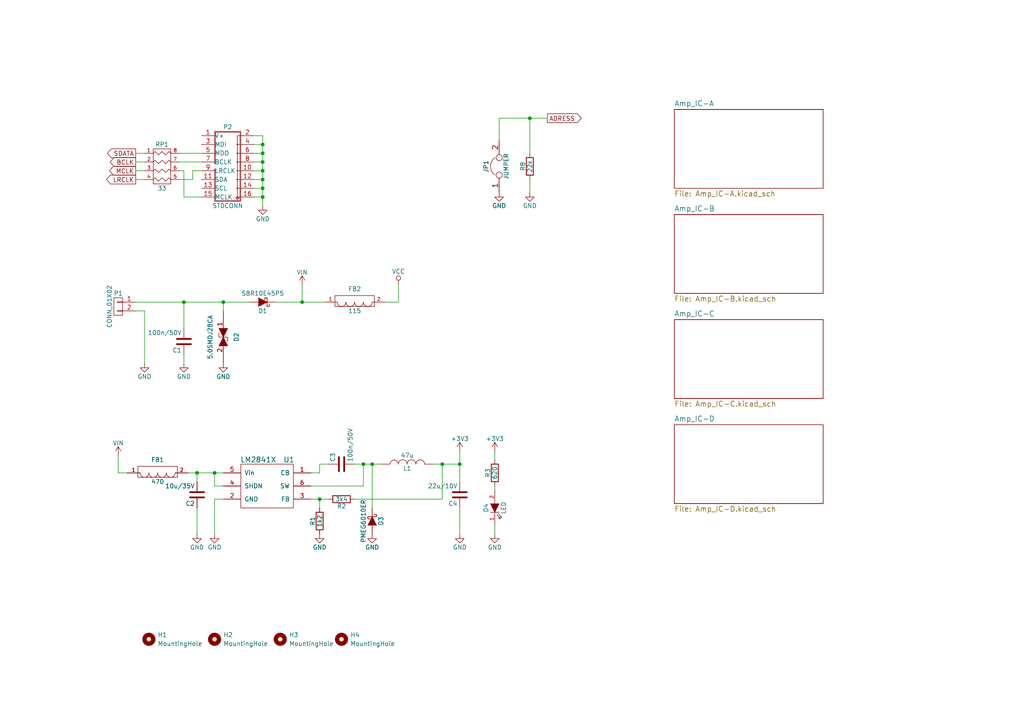
<source format=kicad_sch>
(kicad_sch (version 20231120) (generator "eeschema") (generator_version "8.0")
  (paper "A4")
  (title_block (title "freeDSPx-AMPx4") (date "2017-02-19") (rev "1.0"))
  (lib_symbols
    (symbol "Mechanical:MountingHole" (pin_names (offset 1.016)) (exclude_from_sim yes) (in_bom no)
      (property "Reference" "H" (at 0 5.08 0))
      (property "Value" "MountingHole" (at 0 3.175 0))
      (symbol "MountingHole_0_1"
        (circle (center 0 0) (radius 1.27) (stroke (width 1.27)))
      )
    )
    (symbol "freeDSPx-AMPx4-rescue:+3V3" (power) (pin_names (offset 0))
      (property "Value" "+3V3" (at 0 3.556 0))
      (symbol "+3V3_0_1"
        (polyline (pts (xy -0.762 1.27) (xy 0 2.54)))
        (polyline (pts (xy 0 0) (xy 0 2.54)))
        (polyline (pts (xy 0 2.54) (xy 0.762 1.27)))
      )
      (symbol "+3V3_1_1"
        (pin power_in line (at 0 0 90) (length 0) hide (name "+3V3") (number "1"))
      )
    )
    (symbol "freeDSPx-AMPx4-rescue:C" (pin_numbers hide) (pin_names (offset 0.254))
      (property "Reference" "C" (at 0.635 2.54 0))
      (property "Value" "C" (at 0.635 -2.54 0))
      (symbol "C_0_1"
        (polyline (pts (xy -2.032 -0.762) (xy 2.032 -0.762)) (stroke (width 0.508)))
        (polyline (pts (xy -2.032 0.762) (xy 2.032 0.762)) (stroke (width 0.508)))
      )
      (symbol "C_1_1"
        (pin passive line (at 0 3.81 270) (length 2.794) (name "~") (number "1"))
        (pin passive line (at 0 -3.81 90) (length 2.794) (name "~") (number "2"))
      )
    )
    (symbol "freeDSPx-AMPx4-rescue:CONN_01X02" (pin_names (offset 1.016) hide)
      (property "Reference" "P" (at 0 3.81 0))
      (property "Value" "CONN_01X02" (at 2.54 0 90))
      (symbol "CONN_01X02_0_1"
        (rectangle (start -1.27 -1.143) (end 0.254 -1.397))
        (rectangle (start -1.27 1.397) (end 0.254 1.143))
        (rectangle (start -1.27 2.54) (end 1.27 -2.54))
      )
      (symbol "CONN_01X02_1_1"
        (pin passive line (at -5.08 1.27 0) (length 3.81) (name "P1") (number "1"))
        (pin passive line (at -5.08 -1.27 0) (length 3.81) (name "P2") (number "2"))
      )
    )
    (symbol "freeDSPx-AMPx4-rescue:D_Schottky" (pin_numbers hide) (pin_names (offset 1.016) hide)
      (property "Reference" "D" (at 0 2.54 0))
      (property "Value" "D_Schottky" (at 0 -2.54 0))
      (symbol "D_Schottky_0_1"
        (polyline (pts (xy 1.27 1.27) (xy -1.27 0) (xy 1.27 -1.27)) (fill (type outline)))
        (polyline (pts (xy -1.905 0.635) (xy -1.905 1.27) (xy -1.27 1.27) (xy -1.27 -1.27) (xy -0.635 -1.27) (xy -0.635 -0.635)) (stroke (width 0.2032)))
      )
      (symbol "D_Schottky_1_1"
        (pin passive line (at -3.81 0 0) (length 2.54) (name "K") (number "1"))
        (pin passive line (at 3.81 0 180) (length 2.54) (name "A") (number "2"))
      )
    )
    (symbol "freeDSPx-AMPx4-rescue:FILTER" (pin_names (offset 1.016) hide)
      (property "Reference" "FB" (at 0 3.81 0))
      (property "Value" "FILTER" (at 0 -2.54 0))
      (symbol "FILTER_0_1"
        (rectangle (start -5.715 1.905) (end 5.715 -1.27))
        (arc (start -5.08 0) (mid -3.81 -1.27) (end -2.54 0))
        (arc (start -2.54 0) (mid -1.27 -1.27) (end 0 0))
        (arc (start 0 0) (mid 0 0) (end 0 0))
        (arc (start 0 0) (mid 1.27 -1.27) (end 2.54 0))
        (arc (start 2.54 0) (mid 3.81 -1.27) (end 5.08 0))
      )
      (symbol "FILTER_1_1"
        (pin passive line (at -8.89 0 0) (length 3.81) (name "1") (number "1"))
        (pin passive line (at 8.89 0 180) (length 3.81) (name "2") (number "2"))
      )
    )
    (symbol "freeDSPx-AMPx4-rescue:GND" (power) (pin_names (offset 0))
      (property "Value" "GND" (at 0 -3.81 0))
      (symbol "GND_0_1"
        (polyline (pts (xy 0 0) (xy 0 -1.27) (xy 1.27 -1.27) (xy 0 -2.54) (xy -1.27 -1.27) (xy 0 -1.27)))
      )
      (symbol "GND_1_1"
        (pin power_in line (at 0 0 270) (length 0) hide (name "GND") (number "1"))
      )
    )
    (symbol "freeDSPx-AMPx4-rescue:JUMPER" (pin_names (offset 0.762) hide)
      (property "Reference" "JP" (at 0 3.81 0))
      (property "Value" "JUMPER" (at 0 -2.032 0))
      (symbol "JUMPER_0_1"
        (circle (center -2.54 0) (radius 0.889))
        (arc (start 2.5146 1.27) (mid 0.0078 2.5097) (end -2.4892 1.27))
        (circle (center 2.54 0) (radius 0.889))
        (pin passive line (at -7.62 0 0) (length 4.191) (name "1") (number "1"))
        (pin passive line (at 7.62 0 180) (length 4.191) (name "2") (number "2"))
      )
    )
    (symbol "freeDSPx-AMPx4-rescue:L" (pin_numbers hide) (pin_names (offset 1.016) hide)
      (property "Reference" "L" (at -1.27 0 90))
      (property "Value" "L" (at 2.54 0 90))
      (symbol "L_0_1"
        (arc (start 0.0254 -5.0546) (mid 1.2449 -3.8097) (end 0.0254 -2.54))
        (arc (start 0.0254 -2.5146) (mid 1.2703 -1.2444) (end 0.0254 0.0508))
        (arc (start 0.0254 0.0254) (mid 1.2703 1.2956) (end 0.0254 2.5908))
        (arc (start 0.0254 2.5654) (mid 1.1941 3.7595) (end 0.0254 4.9784))
      )
      (symbol "L_1_1"
        (pin passive line (at 0 7.62 270) (length 2.54) (name "1") (number "1"))
        (pin passive line (at 0 -7.62 90) (length 2.54) (name "2") (number "2"))
      )
    )
    (symbol "freeDSPx-AMPx4-rescue:LED" (pin_names (offset 1.016) hide)
      (property "Reference" "D" (at 0 2.54 0))
      (property "Value" "LED" (at 0 -2.54 0))
      (symbol "LED_0_1"
        (polyline (pts (xy -1.27 1.27) (xy -1.27 -1.27)))
        (polyline (pts (xy -2.032 -0.635) (xy -3.175 -1.651) (xy -3.048 -1.016)))
        (polyline (pts (xy -1.651 -1.016) (xy -2.794 -2.032) (xy -2.667 -1.397)))
        (polyline (pts (xy 1.27 1.27) (xy -1.27 0) (xy 1.27 -1.27)) (fill (type outline)))
      )
      (symbol "LED_1_1"
        (pin passive line (at -5.08 0 0) (length 3.81) (name "K") (number "1"))
        (pin passive line (at 5.08 0 180) (length 3.81) (name "A") (number "2"))
      )
    )
    (symbol "freeDSPx-AMPx4-rescue:LM284x" (pin_names (offset 1.016))
      (property "Reference" "U" (at 6.35 7.62 0))
      (property "Value" "LM284x" (at -2.54 7.62 0))
      (symbol "LM284x_0_1"
        (rectangle (start -7.62 6.35) (end 7.62 -6.35))
      )
      (symbol "LM284x_1_1"
        (pin input line (at 12.7 3.81 180) (length 5.08) (name "CB") (number "1"))
        (pin input line (at -12.7 -3.81 0) (length 5.08) (name "GND") (number "2"))
        (pin input line (at 12.7 -3.81 180) (length 5.08) (name "FB") (number "3"))
        (pin input line (at -12.7 0 0) (length 5.08) (name "SHDN") (number "4"))
        (pin input line (at -12.7 3.81 0) (length 5.08) (name "Vin") (number "5"))
        (pin input line (at 12.7 0 180) (length 5.08) (name "SW") (number "6"))
      )
    )
    (symbol "freeDSPx-AMPx4-rescue:R" (pin_numbers hide) (pin_names (offset 0))
      (property "Reference" "R" (at 2.032 0 90))
      (property "Value" "R" (at 0 0 90))
      (symbol "R_0_1"
        (rectangle (start -1.016 -2.54) (end 1.016 2.54) (stroke (width 0.254)))
      )
      (symbol "R_1_1"
        (pin passive line (at 0 3.81 270) (length 1.27) (name "~") (number "1"))
        (pin passive line (at 0 -3.81 90) (length 1.27) (name "~") (number "2"))
      )
    )
    (symbol "freeDSPx-AMPx4-rescue:R_PACK4" (pin_names hide)
      (property "Reference" "RP" (at 0 11.43 0))
      (property "Value" "R_PACK4" (at 0 -1.27 0))
      (symbol "R_PACK4_0_1"
        (polyline (pts (xy -2.54 10.16) (xy -2.54 0) (xy 2.54 0) (xy 2.54 10.16) (xy -2.54 10.16)))
        (polyline (pts (xy -2.54 1.27) (xy -2.032 1.778) (xy -1.016 0.762) (xy 0 1.778) (xy 1.016 0.762) (xy 2.032 1.778) (xy 2.54 1.27)))
        (polyline (pts (xy -2.54 3.81) (xy -2.032 4.318) (xy -1.016 3.302) (xy 0 4.318) (xy 1.016 3.302) (xy 2.032 4.318) (xy 2.54 3.81)))
        (polyline (pts (xy -2.54 6.35) (xy -2.032 6.858) (xy -1.016 5.842) (xy 0 6.858) (xy 1.016 5.842) (xy 2.032 6.858) (xy 2.54 6.35)))
        (polyline (pts (xy -2.54 8.89) (xy -2.032 9.398) (xy -1.016 8.382) (xy 0 9.398) (xy 1.016 8.382) (xy 2.032 9.398) (xy 2.54 8.89)))
      )
      (symbol "R_PACK4_1_1"
        (pin passive line (at -5.08 8.89 0) (length 2.54) (name "P1") (number "1"))
        (pin passive line (at -5.08 6.35 0) (length 2.54) (name "P2") (number "2"))
        (pin passive line (at -5.08 3.81 0) (length 2.54) (name "P3") (number "3"))
        (pin passive line (at -5.08 1.27 0) (length 2.54) (name "P4") (number "4"))
        (pin passive line (at 5.08 1.27 180) (length 2.54) (name "R4") (number "5"))
        (pin passive line (at 5.08 3.81 180) (length 2.54) (name "R3") (number "6"))
        (pin passive line (at 5.08 6.35 180) (length 2.54) (name "R2") (number "7"))
        (pin passive line (at 5.08 8.89 180) (length 2.54) (name "R1") (number "8"))
      )
    )
    (symbol "freeDSPx-AMPx4-rescue:STDCONN" (pin_names (offset 0.0254))
      (property "Reference" "P" (at 0 11.43 0))
      (property "Value" "STDCONN" (at 0 -11.43 0))
      (symbol "STDCONN_0_1"
        (polyline (pts (xy 2.794 -9.144) (xy 2.794 -8.89)))
        (polyline (pts (xy 3.556 -6.35) (xy 2.794 -6.35)))
        (polyline (pts (xy 3.556 -3.81) (xy 2.794 -3.81)))
        (polyline (pts (xy 3.556 -1.27) (xy 2.794 -1.27)))
        (polyline (pts (xy 3.556 3.81) (xy 2.794 3.81)))
        (polyline (pts (xy 3.556 6.35) (xy 2.794 6.35)))
        (polyline (pts (xy 3.556 1.27) (xy 3.048 1.27) (xy 2.794 1.27)))
        (polyline (pts (xy 3.302 -9.144) (xy 2.286 -9.144) (xy 2.794 -9.652) (xy 3.302 -9.144)))
        (polyline (pts (xy 3.556 8.89) (xy 2.794 8.89) (xy 2.794 -8.89) (xy 3.556 -8.89)))
        (polyline (pts (xy -3.81 -10.16) (xy 3.81 -10.16) (xy 3.81 10.16) (xy -3.81 10.16) (xy -3.81 0.762) (xy -3.556 0.762) (xy -3.556 9.906) (xy 3.556 9.906) (xy 3.556 -9.906) (xy -3.556 -9.906) (xy -3.556 -0.762) (xy -3.81 -0.762) (xy -3.81 -10.16)))
        (circle (center 2.794 -8.89) (radius 0.127))
        (circle (center 2.794 -6.35) (radius 0.127))
        (circle (center 2.794 -3.81) (radius 0.127))
        (circle (center 2.794 -1.27) (radius 0.127))
        (circle (center 2.794 1.27) (radius 0.127))
        (circle (center 2.794 3.81) (radius 0.127))
        (circle (center 2.794 6.35) (radius 0.127))
      )
      (symbol "STDCONN_1_1"
        (pin passive line (at -7.62 8.89 0) (length 3.81) (name "V+") (number "1"))
        (pin passive line (at 7.62 -1.27 180) (length 3.81) (name "GND") (number "10"))
        (pin passive line (at -7.62 -3.81 0) (length 3.81) (name "SDA") (number "11"))
        (pin passive line (at 7.62 -3.81 180) (length 3.81) (name "GND") (number "12"))
        (pin passive line (at -7.62 -6.35 0) (length 3.81) (name "SCL") (number "13"))
        (pin passive line (at 7.62 -6.35 180) (length 3.81) (name "GND") (number "14"))
        (pin passive line (at -7.62 -8.89 0) (length 3.81) (name "MCLK") (number "15"))
        (pin passive line (at 7.62 -8.89 180) (length 3.81) (name "GND") (number "16"))
        (pin passive line (at 7.62 8.89 180) (length 3.81) (name "GND") (number "2"))
        (pin passive line (at -7.62 6.35 0) (length 3.81) (name "MDI") (number "3"))
        (pin passive line (at 7.62 6.35 180) (length 3.81) (name "GND") (number "4"))
        (pin passive line (at -7.62 3.81 0) (length 3.81) (name "MDO") (number "5"))
        (pin passive line (at 7.62 3.81 180) (length 3.81) (name "GND") (number "6"))
        (pin passive line (at -7.62 1.27 0) (length 3.81) (name "BCLK") (number "7"))
        (pin passive line (at 7.62 1.27 180) (length 3.81) (name "GND") (number "8"))
        (pin passive line (at -7.62 -1.27 0) (length 3.81) (name "LRCLK") (number "9"))
      )
    )
    (symbol "freeDSPx-AMPx4-rescue:TVS" (pin_names (offset 1.016))
      (property "Reference" "D" (at 0 3.81 0))
      (property "Value" "TVS" (at 0 -3.81 0))
      (symbol "TVS_0_1"
        (polyline (pts (xy -2.54 1.27) (xy -2.54 -1.27) (xy 0 0) (xy -2.54 1.27)) (fill (type outline)))
        (polyline (pts (xy -1.27 -1.27) (xy 0 -1.27) (xy 0 1.27) (xy 1.27 1.27)))
        (polyline (pts (xy 0 0) (xy 2.54 1.27) (xy 2.54 -1.27) (xy 0 0)) (fill (type outline)))
      )
      (symbol "TVS_1_1"
        (pin passive line (at -7.62 0 0) (length 7.62) (name "~") (number "1"))
        (pin passive line (at 7.62 0 180) (length 7.62) (name "~") (number "2"))
      )
    )
    (symbol "freeDSPx-AMPx4-rescue:VCC" (power) (pin_names (offset 0))
      (property "Value" "VCC" (at 0 3.81 0))
      (symbol "VCC_0_1"
        (polyline (pts (xy 0 0) (xy 0 1.27)))
        (circle (center 0 1.905) (radius 0.635))
      )
      (symbol "VCC_1_1"
        (pin power_in line (at 0 0 90) (length 0) hide (name "VCC") (number "1"))
      )
    )
    (symbol "freeDSPx-AMPx4-rescue:VIN" (power) (pin_names (offset 0))
      (property "Value" "VIN" (at 0 3.556 0))
      (symbol "VIN_0_1"
        (polyline (pts (xy -0.762 1.27) (xy 0 2.54)))
        (polyline (pts (xy 0 0) (xy 0 2.54)))
        (polyline (pts (xy 0 2.54) (xy 0.762 1.27)))
      )
      (symbol "VIN_1_1"
        (pin power_in line (at 0 0 90) (length 0) hide (name "VIN") (number "1"))
      )
    )
  )
  (junction (at 92.71 144.78))
  (junction (at 64.77 87.63))
  (junction (at 76.2 46.99))
  (junction (at 76.2 54.61))
  (junction (at 107.95 134.62))
  (junction (at 76.2 49.53))
  (junction (at 76.2 52.07))
  (junction (at 105.41 134.62))
  (junction (at 62.23 137.16))
  (junction (at 53.34 87.63))
  (junction (at 76.2 44.45))
  (junction (at 133.35 134.62))
  (junction (at 57.15 137.16))
  (junction (at 76.2 41.91))
  (junction (at 76.2 57.15))
  (junction (at 87.63 87.63))
  (junction (at 128.27 134.62))
  (junction (at 153.67 34.29))
  (wire (pts (xy 76.2 57.15) (xy 73.66 57.15)))
  (wire (pts (xy 92.71 144.78) (xy 95.25 144.78)))
  (wire (pts (xy 102.87 134.62) (xy 105.41 134.62)))
  (wire (pts (xy 76.2 57.15) (xy 76.2 59.69)))
  (wire (pts (xy 58.42 44.45) (xy 52.07 44.45)))
  (wire (pts (xy 54.61 137.16) (xy 57.15 137.16)))
  (wire (pts (xy 53.34 95.25) (xy 53.34 87.63)))
  (wire (pts (xy 73.66 46.99) (xy 76.2 46.99)))
  (wire (pts (xy 76.2 52.07) (xy 76.2 54.61)))
  (wire (pts (xy 41.91 49.53) (xy 39.37 49.53)))
  (wire (pts (xy 64.77 87.63) (xy 72.39 87.63)))
  (wire (pts (xy 92.71 137.16) (xy 92.71 134.62)))
  (wire (pts (xy 153.67 44.45) (xy 153.67 34.29)))
  (wire (pts (xy 57.15 137.16) (xy 62.23 137.16)))
  (wire (pts (xy 53.34 105.41) (xy 53.34 102.87)))
  (wire (pts (xy 73.66 39.37) (xy 76.2 39.37)))
  (wire (pts (xy 52.07 52.07) (xy 55.88 52.07)))
  (wire (pts (xy 55.88 52.07) (xy 55.88 49.53)))
  (wire (pts (xy 73.66 49.53) (xy 76.2 49.53)))
  (wire (pts (xy 76.2 49.53) (xy 76.2 52.07)))
  (wire (pts (xy 36.83 137.16) (xy 34.29 137.16)))
  (wire (pts (xy 90.17 144.78) (xy 92.71 144.78)))
  (wire (pts (xy 144.78 34.29) (xy 153.67 34.29)))
  (wire (pts (xy 53.34 57.15) (xy 58.42 57.15)))
  (wire (pts (xy 76.2 41.91) (xy 76.2 44.45)))
  (wire (pts (xy 143.51 154.94) (xy 143.51 152.4)))
  (wire (pts (xy 73.66 44.45) (xy 76.2 44.45)))
  (wire (pts (xy 102.87 144.78) (xy 128.27 144.78)))
  (wire (pts (xy 111.76 87.63) (xy 115.57 87.63)))
  (wire (pts (xy 76.2 54.61) (xy 76.2 57.15)))
  (wire (pts (xy 39.37 87.63) (xy 53.34 87.63)))
  (wire (pts (xy 76.2 44.45) (xy 76.2 46.99)))
  (wire (pts (xy 34.29 137.16) (xy 34.29 132.08)))
  (wire (pts (xy 73.66 41.91) (xy 76.2 41.91)))
  (wire (pts (xy 87.63 82.55) (xy 87.63 87.63)))
  (wire (pts (xy 133.35 134.62) (xy 133.35 139.7)))
  (wire (pts (xy 57.15 154.94) (xy 57.15 147.32)))
  (wire (pts (xy 92.71 144.78) (xy 92.71 147.32)))
  (wire (pts (xy 73.66 52.07) (xy 76.2 52.07)))
  (wire (pts (xy 105.41 134.62) (xy 107.95 134.62)))
  (wire (pts (xy 55.88 49.53) (xy 58.42 49.53)))
  (wire (pts (xy 133.35 154.94) (xy 133.35 147.32)))
  (wire (pts (xy 144.78 34.29) (xy 144.78 40.64)))
  (wire (pts (xy 76.2 39.37) (xy 76.2 41.91)))
  (wire (pts (xy 62.23 137.16) (xy 64.77 137.16)))
  (wire (pts (xy 115.57 87.63) (xy 115.57 82.55)))
  (wire (pts (xy 41.91 90.17) (xy 41.91 105.41)))
  (wire (pts (xy 105.41 140.97) (xy 105.41 134.62)))
  (wire (pts (xy 153.67 34.29) (xy 158.75 34.29)))
  (wire (pts (xy 64.77 87.63) (xy 64.77 90.17)))
  (wire (pts (xy 107.95 134.62) (xy 110.49 134.62)))
  (wire (pts (xy 39.37 90.17) (xy 41.91 90.17)))
  (wire (pts (xy 107.95 147.32) (xy 107.95 134.62)))
  (wire (pts (xy 53.34 49.53) (xy 53.34 57.15)))
  (wire (pts (xy 57.15 137.16) (xy 57.15 139.7)))
  (wire (pts (xy 87.63 87.63) (xy 93.98 87.63)))
  (wire (pts (xy 133.35 130.81) (xy 133.35 134.62)))
  (wire (pts (xy 41.91 46.99) (xy 39.37 46.99)))
  (wire (pts (xy 90.17 137.16) (xy 92.71 137.16)))
  (wire (pts (xy 62.23 144.78) (xy 62.23 154.94)))
  (wire (pts (xy 64.77 144.78) (xy 62.23 144.78)))
  (wire (pts (xy 128.27 134.62) (xy 133.35 134.62)))
  (wire (pts (xy 62.23 140.97) (xy 62.23 137.16)))
  (wire (pts (xy 128.27 144.78) (xy 128.27 134.62)))
  (wire (pts (xy 143.51 133.35) (xy 143.51 130.81)))
  (wire (pts (xy 143.51 142.24) (xy 143.51 140.97)))
  (wire (pts (xy 41.91 52.07) (xy 39.37 52.07)))
  (wire (pts (xy 52.07 49.53) (xy 53.34 49.53)))
  (wire (pts (xy 153.67 55.88) (xy 153.67 52.07)))
  (wire (pts (xy 92.71 134.62) (xy 95.25 134.62)))
  (wire (pts (xy 64.77 140.97) (xy 62.23 140.97)))
  (wire (pts (xy 41.91 44.45) (xy 39.37 44.45)))
  (wire (pts (xy 73.66 54.61) (xy 76.2 54.61)))
  (wire (pts (xy 76.2 46.99) (xy 76.2 49.53)))
  (wire (pts (xy 80.01 87.63) (xy 87.63 87.63)))
  (wire (pts (xy 53.34 87.63) (xy 64.77 87.63)))
  (wire (pts (xy 125.73 134.62) (xy 128.27 134.62)))
  (wire (pts (xy 90.17 140.97) (xy 105.41 140.97)))
  (wire (pts (xy 58.42 46.99) (xy 52.07 46.99)))
  (global_label "LRCLK" (shape output) (at 39.37 52.07 180) (effects (font (size 1.2954 1.2954))) (property "Intersheetrefs" "${INTERSHEET_REFS}" (effects (hide yes))))
  (global_label "BCLK" (shape output) (at 39.37 46.99 180) (effects (font (size 1.2954 1.2954))) (property "Intersheetrefs" "${INTERSHEET_REFS}" (effects (hide yes))))
  (global_label "ADRESS" (shape output) (at 158.75 34.29 0) (effects (font (size 1.2954 1.2954))) (property "Intersheetrefs" "${INTERSHEET_REFS}" (effects (hide yes))))
  (global_label "MCLK" (shape output) (at 39.37 49.53 180) (effects (font (size 1.2954 1.2954))) (property "Intersheetrefs" "${INTERSHEET_REFS}" (effects (hide yes))))
  (global_label "SDATA" (shape output) (at 39.37 44.45 180) (effects (font (size 1.2954 1.2954))) (property "Intersheetrefs" "${INTERSHEET_REFS}" (effects (hide yes))))
  (symbol (lib_id "freeDSPx-AMPx4-rescue:LM284x") (at 77.47 140.97 0) (unit 1)
    (property "Reference" "U1" (at 83.82 133.35 0) (effects (font (size 1.524 1.524))))
    (property "Value" "LM2841X" (at 74.93 133.35 0) (effects (font (size 1.524 1.524))))
    (property "Footprint" "fdsp_housing:SOT23-6_1.7x3.0mm_Pitch0.95mm" (effects (hide yes)))
    (property "Datasheet" "http://www.mouser.de/ProductDetail/Texas-Instruments/LM2841XMK-ADJL-NOPB/?qs=sGAEpiMZZMvu8NZDyZ4K0RhgAU4e%252b57x" (effects (hide yes)))
    (property "Mouser_Part_No" "926-M2841XMKADJLNOPB" (effects (hide yes)))
  )
  (symbol (lib_id "freeDSPx-AMPx4-rescue:GND") (at 62.23 154.94 0) (unit 1)
    (property "Reference" "#PWR01" (effects (hide yes)))
    (property "Value" "GND" (at 62.23 158.75 0))
  )
  (symbol (lib_id "freeDSPx-AMPx4-rescue:R") (at 99.06 144.78 270) (unit 1)
    (property "Reference" "R2" (at 99.06 146.812 90))
    (property "Value" "3k4" (at 99.06 144.78 90))
    (property "Footprint" "fdsp_resistor:R_0603" (effects (hide yes)))
    (property "Datasheet" "http://www.mouser.com/ds/2/427/dcrcwe3-109170.pdf" (effects (hide yes)))
    (property "Mouser_Part_No" "71-CRCW0603-3.4K-E3" (effects (hide yes)))
  )
  (symbol (lib_id "freeDSPx-AMPx4-rescue:R") (at 92.71 151.13 180) (unit 1)
    (property "Reference" "R1" (at 90.678 151.13 90))
    (property "Value" "1k2" (at 92.71 151.13 90))
    (property "Footprint" "fdsp_resistor:R_0603" (effects (hide yes)))
    (property "Datasheet" "http://www.mouser.com/ds/2/427/dcrcwe3-109170.pdf" (effects (hide yes)))
    (property "Mouser_Part_No" "71-CRCW0603-1.02K-E3" (effects (hide yes)))
  )
  (symbol (lib_id "freeDSPx-AMPx4-rescue:L") (at 118.11 134.62 90) (unit 1)
    (property "Reference" "L1" (at 118.11 135.89 90))
    (property "Value" "47u" (at 118.11 132.08 90))
    (property "Footprint" "fdsp_inductor:L_1207" (effects (hide yes)))
    (property "Datasheet" "http://www.mouser.com/ds/2/212/F3115-532756.pdf" (effects (hide yes)))
    (property "Mouser_Part_No" "80-L1207C470KPWST" (effects (hide yes)))
  )
  (symbol (lib_id "freeDSPx-AMPx4-rescue:C") (at 57.15 143.51 180) (unit 1)
    (property "Reference" "C2" (at 56.515 146.05 0) (effects (justify left)))
    (property "Value" "10u/35V" (at 56.515 140.97 0) (effects (justify left)))
    (property "Footprint" "fdsp_capacitor:C_1206" (effects (hide yes)))
    (property "Datasheet" "http://www.mouser.com/ds/2/281/c02e-2905.pdf" (effects (hide yes)))
    (property "Mouser_Part_No" "81-GRM319R6YA106KA2D" (effects (hide yes)))
  )
  (symbol (lib_id "freeDSPx-AMPx4-rescue:GND") (at 57.15 154.94 0) (unit 1)
    (property "Reference" "#PWR02" (effects (hide yes)))
    (property "Value" "GND" (at 57.15 158.75 0))
  )
  (symbol (lib_id "freeDSPx-AMPx4-rescue:C") (at 133.35 143.51 180) (unit 1)
    (property "Reference" "C4" (at 132.715 146.05 0) (effects (justify left)))
    (property "Value" "22u/10V" (at 132.715 140.97 0) (effects (justify left)))
    (property "Footprint" "fdsp_capacitor:C_1206" (effects (hide yes)))
    (property "Datasheet" "http://www.mouser.com/ds/2/281/c02e-2905.pdf" (effects (hide yes)))
    (property "Mouser_Part_No" "81-GRM31CR70J226KE9L" (effects (hide yes)))
  )
  (symbol (lib_id "freeDSPx-AMPx4-rescue:GND") (at 133.35 154.94 0) (unit 1)
    (property "Reference" "#PWR03" (effects (hide yes)))
    (property "Value" "GND" (at 133.35 158.75 0))
  )
  (symbol (lib_id "freeDSPx-AMPx4-rescue:D_Schottky") (at 107.95 151.13 270) (unit 1)
    (property "Reference" "D3" (at 110.49 151.13 0))
    (property "Value" "PMEG6010ER" (at 105.41 151.13 0))
    (property "Footprint" "fdsp_diode:SOD-123W" (effects (hide yes)))
    (property "Datasheet" "http://www.mouser.com/ds/2/302/PMEG6010ER-843472.pdf" (effects (hide yes)))
    (property "Mouser_Part_No" "771-PMEG6010ER115" (effects (hide yes)))
  )
  (symbol (lib_id "freeDSPx-AMPx4-rescue:GND") (at 107.95 154.94 0) (unit 1)
    (property "Reference" "#PWR04" (effects (hide yes)))
    (property "Value" "GND" (at 107.95 158.75 0))
  )
  (symbol (lib_id "freeDSPx-AMPx4-rescue:GND") (at 92.71 154.94 0) (unit 1)
    (property "Reference" "#PWR05" (effects (hide yes)))
    (property "Value" "GND" (at 92.71 158.75 0))
  )
  (symbol (lib_id "freeDSPx-AMPx4-rescue:FILTER") (at 102.87 87.63 0) (unit 1)
    (property "Reference" "FB2" (at 102.87 83.82 0))
    (property "Value" "115" (at 102.87 90.17 0))
    (property "Footprint" "fdsp_capacitor:C_3312" (effects (hide yes)))
    (property "Datasheet" "www.lairdtech.com/products/28f0181-1sr-10" (effects (hide yes)))
    (property "Mouser_Part_No" "875-28F0181-1SR-10" (effects (hide yes)))
  )
  (symbol (lib_id "freeDSPx-AMPx4-rescue:GND") (at 41.91 105.41 0) (unit 1)
    (property "Reference" "#PWR06" (effects (hide yes)))
    (property "Value" "GND" (at 41.91 109.22 0))
  )
  (symbol (lib_id "freeDSPx-AMPx4-rescue:+3V3") (at 133.35 130.81 0) (unit 1)
    (property "Reference" "#PWR07" (effects (hide yes)))
    (property "Value" "+3V3" (at 133.35 127.254 0))
  )
  (symbol (lib_id "freeDSPx-AMPx4-rescue:STDCONN") (at 66.04 48.26 0) (unit 1)
    (property "Reference" "P2" (at 66.04 36.83 0))
    (property "Value" "STDCONN" (at 66.04 59.69 0))
    (property "Footprint" "fdsp_connector:IDC_Header_Straight_16pins" (effects (hide yes)))
    (property "Datasheet" "http://www.mouser.com/ds/2/445/6120xx21621-265830.pdf" (effects (hide yes)))
    (property "Mouser_Part_No" "710-61201621621" (effects (hide yes)))
  )
  (symbol (lib_id "freeDSPx-AMPx4-rescue:GND") (at 76.2 59.69 0) (unit 1)
    (property "Reference" "#PWR08" (effects (hide yes)))
    (property "Value" "GND" (at 76.2 63.5 0))
  )
  (symbol (lib_id "freeDSPx-AMPx4-rescue:R_PACK4") (at 46.99 53.34 0) (unit 1)
    (property "Reference" "RP1" (at 46.99 41.91 0))
    (property "Value" "33" (at 46.99 54.61 0))
    (property "Footprint" "fdsp_resistor:R_Array_Convex_4x0603" (effects (hide yes)))
    (property "Datasheet" "http://www.mouser.com/ds/2/54/ATCAY-777361.pdf" (effects (hide yes)))
    (property "Mouser_Part_No" "652-CAY16-330J4LF" (effects (hide yes)))
  )
  (symbol (lib_id "freeDSPx-AMPx4-rescue:+3V3") (at 143.51 130.81 0) (unit 1)
    (property "Reference" "#PWR09" (effects (hide yes)))
    (property "Value" "+3V3" (at 143.51 127.254 0))
  )
  (symbol (lib_id "freeDSPx-AMPx4-rescue:GND") (at 143.51 154.94 0) (unit 1)
    (property "Reference" "#PWR010" (effects (hide yes)))
    (property "Value" "GND" (at 143.51 158.75 0))
  )
  (symbol (lib_id "freeDSPx-AMPx4-rescue:LED") (at 143.51 147.32 90) (unit 1)
    (property "Reference" "D4" (at 140.97 147.32 0))
    (property "Value" "LED" (at 146.05 147.32 0))
    (property "Footprint" "fdsp_capacitor:C_0603" (effects (hide yes)))
    (property "Datasheet" "http://www.mouser.com/ds/2/445/150060GS75000-368921.pdf" (effects (hide yes)))
    (property "Mouser_Part_No" "710-150060GS75000" (effects (hide yes)))
  )
  (symbol (lib_id "freeDSPx-AMPx4-rescue:D_Schottky") (at 76.2 87.63 180) (unit 1)
    (property "Reference" "D1" (at 76.2 90.17 0))
    (property "Value" "SBR10E45P5" (at 76.2 85.09 0))
    (property "Footprint" "fdsp_diode:PowerDI5" (effects (hide yes)))
    (property "Datasheet" "http://www.mouser.com/ds/2/115/SBR10E45P5-756885.pdf" (effects (hide yes)))
    (property "Mouser_Part_No" "621-SBR10E45P5-7" (effects (hide yes)))
  )
  (symbol (lib_id "freeDSPx-AMPx4-rescue:GND") (at 53.34 105.41 0) (unit 1)
    (property "Reference" "#PWR011" (effects (hide yes)))
    (property "Value" "GND" (at 53.34 109.22 0))
  )
  (symbol (lib_id "freeDSPx-AMPx4-rescue:TVS") (at 64.77 97.79 270) (unit 1)
    (property "Reference" "D2" (at 68.58 97.79 0))
    (property "Value" "5.0SMDJ28CA" (at 60.96 97.79 0))
    (property "Footprint" "fdsp_diode:SMC" (effects (hide yes)))
    (property "Datasheet" "http://www.mouser.com/ds/2/240/Littelfuse_TVS-Diodes_5.0SMDJ-278006.pdf" (effects (hide yes)))
    (property "Mouser_Part_No" "576-5.0SMDJ28CA" (effects (hide yes)))
  )
  (symbol (lib_id "freeDSPx-AMPx4-rescue:GND") (at 64.77 105.41 0) (unit 1)
    (property "Reference" "#PWR012" (effects (hide yes)))
    (property "Value" "GND" (at 64.77 109.22 0))
  )
  (symbol (lib_id "freeDSPx-AMPx4-rescue:VIN") (at 87.63 82.55 0) (unit 1)
    (property "Reference" "#PWR013" (effects (hide yes)))
    (property "Value" "VIN" (at 87.63 78.994 0))
  )
  (symbol (lib_id "freeDSPx-AMPx4-rescue:FILTER") (at 45.72 137.16 0) (unit 1)
    (property "Reference" "FB1" (at 45.72 133.35 0))
    (property "Value" "470" (at 45.72 139.7 0))
    (property "Footprint" "fdsp_capacitor:C_0603" (effects (hide yes)))
    (property "Datasheet" "http://www.mouser.com/ds/2/281/c31e-794748.pdf" (effects (hide yes)))
    (property "Mouser_Part_No" "81-BLM18PG471SN1D" (effects (hide yes)))
  )
  (symbol (lib_id "freeDSPx-AMPx4-rescue:VIN") (at 34.29 132.08 0) (unit 1)
    (property "Reference" "#PWR014" (effects (hide yes)))
    (property "Value" "VIN" (at 34.29 128.524 0))
  )
  (symbol (lib_id "freeDSPx-AMPx4-rescue:VCC") (at 115.57 82.55 0) (unit 1)
    (property "Reference" "#PWR015" (effects (hide yes)))
    (property "Value" "VCC" (at 115.57 78.74 0))
  )
  (symbol (lib_id "freeDSPx-AMPx4-rescue:C") (at 99.06 134.62 90) (unit 1)
    (property "Reference" "C3" (at 96.52 133.985 0) (effects (justify left)))
    (property "Value" "100n/50V" (at 101.6 133.985 0) (effects (justify left)))
    (property "Footprint" "fdsp_capacitor:C_0603" (effects (hide yes)))
    (property "Datasheet" "http://www.murata.com/products/catalog/pdf/c02e.pdf" (effects (hide yes)))
    (property "Mouser_Part_No" "81-GRM39X104K50D" (effects (hide yes)))
  )
  (symbol (lib_id "freeDSPx-AMPx4-rescue:C") (at 53.34 99.06 180) (unit 1)
    (property "Reference" "C1" (at 52.705 101.6 0) (effects (justify left)))
    (property "Value" "100n/50V" (at 52.705 96.52 0) (effects (justify left)))
    (property "Footprint" "fdsp_capacitor:C_0603" (effects (hide yes)))
    (property "Datasheet" "http://www.murata.com/products/catalog/pdf/c02e.pdf" (effects (hide yes)))
    (property "Mouser_Part_No" "81-GRM39X104K50D" (effects (hide yes)))
  )
  (symbol (lib_id "freeDSPx-AMPx4-rescue:CONN_01X02") (at 34.29 88.9 0) (mirror y) (unit 1)
    (property "Reference" "P1" (at 34.29 85.09 0))
    (property "Value" "CONN_01X02" (at 31.75 88.9 90))
    (property "Footprint" "fdsp_connector:RIACON101-2" (effects (hide yes)))
    (property "Datasheet" "http://www.mouser.com/ds/2/418/NG_CD_796911_B2-715370.pdf" (effects (hide yes)))
    (property "Mouser_Part_No" "571-796911-2" (effects (hide yes)))
  )
  (symbol (lib_id "freeDSPx-AMPx4-rescue:R") (at 143.51 137.16 180) (unit 1)
    (property "Reference" "R3" (at 141.478 137.16 90))
    (property "Value" "620" (at 143.51 137.16 90))
    (property "Footprint" "fdsp_resistor:R_0603" (effects (hide yes)))
    (property "Datasheet" "http://www.mouser.com/ds/2/427/dcrcwe3-109170.pdf" (effects (hide yes)))
    (property "Mouser_Part_No" "71-CRCW0603-620-E3" (effects (hide yes)))
  )
  (symbol (lib_id "freeDSPx-AMPx4-rescue:R") (at 153.67 48.26 180) (unit 1)
    (property "Reference" "R8" (at 151.638 48.26 90))
    (property "Value" "22k" (at 153.67 48.26 90))
    (property "Footprint" "fdsp_resistor:R_0603" (effects (hide yes)))
    (property "Datasheet" "http://www.mouser.com/ds/2/427/dcrcwe3-109170.pdf" (effects (hide yes)))
    (property "Mouser_Part_No" "71-CRCW0603-22K-E3" (effects (hide yes)))
  )
  (symbol (lib_id "freeDSPx-AMPx4-rescue:JUMPER") (at 144.78 48.26 90) (unit 1)
    (property "Reference" "JP1" (at 140.97 48.26 0))
    (property "Value" "JUMPER" (at 146.812 48.26 0))
    (property "Footprint" "fdsp_pinheader:Pin_Header_Straight_1x02" (effects (hide yes)))
    (property "Datasheet" "http://www.mouser.com/ds/2/418/NG_CD_826629_AA_baseFilename-673692.pdf" (effects (hide yes)))
    (property "Mouser_Part_No" "571-826646-2" (effects (hide yes)))
  )
  (symbol (lib_id "freeDSPx-AMPx4-rescue:GND") (at 153.67 55.88 0) (unit 1)
    (property "Reference" "#PWR016" (effects (hide yes)))
    (property "Value" "GND" (at 153.67 59.69 0))
  )
  (symbol (lib_id "freeDSPx-AMPx4-rescue:GND") (at 144.78 55.88 0) (unit 1)
    (property "Reference" "#PWR017" (effects (hide yes)))
    (property "Value" "GND" (at 144.78 59.69 0))
  )
  (symbol (lib_id "Mechanical:MountingHole") (at 62.23 185.42 0) (unit 1) (exclude_from_sim yes) (in_bom no)
    (property "Reference" "H2" (at 64.77 184.1499 0) (effects (justify left)))
    (property "Value" "MountingHole" (at 64.77 186.6899 0) (effects (justify left)))
    (property "Footprint" "MountingHole:MountingHole_3.2mm_M3_Pad_Via" (effects (hide yes)))
    (property "Description" "Mounting Hole without connection" (effects (hide yes)))
  )
  (symbol (lib_id "Mechanical:MountingHole") (at 81.28 185.42 0) (unit 1) (exclude_from_sim yes) (in_bom no)
    (property "Reference" "H3" (at 83.82 184.1499 0) (effects (justify left)))
    (property "Value" "MountingHole" (at 83.82 186.6899 0) (effects (justify left)))
    (property "Footprint" "MountingHole:MountingHole_3.2mm_M3_Pad_Via" (effects (hide yes)))
    (property "Description" "Mounting Hole without connection" (effects (hide yes)))
  )
  (symbol (lib_id "Mechanical:MountingHole") (at 99.06 185.42 0) (unit 1) (exclude_from_sim yes) (in_bom no)
    (property "Reference" "H4" (at 101.6 184.1499 0) (effects (justify left)))
    (property "Value" "MountingHole" (at 101.6 186.6899 0) (effects (justify left)))
    (property "Footprint" "MountingHole:MountingHole_3.2mm_M3_Pad_Via" (effects (hide yes)))
    (property "Description" "Mounting Hole without connection" (effects (hide yes)))
  )
  (symbol (lib_id "Mechanical:MountingHole") (at 43.18 185.42 0) (unit 1) (exclude_from_sim yes) (in_bom no)
    (property "Reference" "H1" (at 45.72 184.1499 0) (effects (justify left)))
    (property "Value" "MountingHole" (at 45.72 186.6899 0) (effects (justify left)))
    (property "Footprint" "MountingHole:MountingHole_3.2mm_M3_Pad_Via" (effects (hide yes)))
    (property "Description" "Mounting Hole without connection" (effects (hide yes)))
  )
  (sheet (at 195.58 31.75) (size 43.18 22.86)
    (property "Sheetname" "Amp_IC-A" (at 195.58 30.9114 0) (effects (font (size 1.524 1.524)) (justify left bottom)))
    (property "Sheetfile" "Amp_IC-A.kicad_sch" (at 195.58 55.2962 0) (effects (font (size 1.524 1.524)) (justify left top)))
  )
  (sheet (at 195.58 62.23) (size 43.18 22.86)
    (property "Sheetname" "Amp_IC-B" (at 195.58 61.3914 0) (effects (font (size 1.524 1.524)) (justify left bottom)))
    (property "Sheetfile" "Amp_IC-B.kicad_sch" (at 195.58 85.7762 0) (effects (font (size 1.524 1.524)) (justify left top)))
  )
  (sheet (at 195.58 92.71) (size 43.18 22.86)
    (property "Sheetname" "Amp_IC-C" (at 195.58 91.8714 0) (effects (font (size 1.524 1.524)) (justify left bottom)))
    (property "Sheetfile" "Amp_IC-C.kicad_sch" (at 195.58 116.2562 0) (effects (font (size 1.524 1.524)) (justify left top)))
  )
  (sheet (at 195.58 123.19) (size 43.18 22.86)
    (property "Sheetname" "Amp_IC-D" (at 195.58 122.3514 0) (effects (font (size 1.524 1.524)) (justify left bottom)))
    (property "Sheetfile" "Amp_IC-D.kicad_sch" (at 195.58 146.7362 0) (effects (font (size 1.524 1.524)) (justify left top)))
  )
)
</source>
